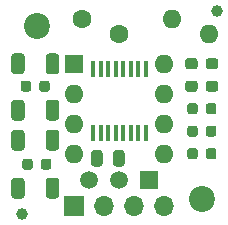
<source format=gts>
G04 #@! TF.GenerationSoftware,KiCad,Pcbnew,(5.1.9-0-10_14)*
G04 #@! TF.CreationDate,2021-04-22T16:17:37+10:00*
G04 #@! TF.ProjectId,VR-Conditioner-MAX9926+reg,56522d43-6f6e-4646-9974-696f6e65722d,3.6*
G04 #@! TF.SameCoordinates,PX68c4118PY713e7a8*
G04 #@! TF.FileFunction,Soldermask,Top*
G04 #@! TF.FilePolarity,Negative*
%FSLAX46Y46*%
G04 Gerber Fmt 4.6, Leading zero omitted, Abs format (unit mm)*
G04 Created by KiCad (PCBNEW (5.1.9-0-10_14)) date 2021-04-22 16:17:37*
%MOMM*%
%LPD*%
G01*
G04 APERTURE LIST*
%ADD10O,1.700000X1.700000*%
%ADD11R,1.700000X1.700000*%
%ADD12R,1.500000X1.500000*%
%ADD13C,1.500000*%
%ADD14C,2.200000*%
%ADD15O,1.600000X1.600000*%
%ADD16C,1.600000*%
%ADD17R,0.354800X1.454899*%
%ADD18R,1.600000X1.600000*%
%ADD19C,1.000000*%
G04 APERTURE END LIST*
G04 #@! TO.C,C20*
G36*
G01*
X2825000Y6352250D02*
X2825000Y5839750D01*
G75*
G02*
X2606250Y5621000I-218750J0D01*
G01*
X2168750Y5621000D01*
G75*
G02*
X1950000Y5839750I0J218750D01*
G01*
X1950000Y6352250D01*
G75*
G02*
X2168750Y6571000I218750J0D01*
G01*
X2606250Y6571000D01*
G75*
G02*
X2825000Y6352250I0J-218750D01*
G01*
G37*
G36*
G01*
X4400000Y6352250D02*
X4400000Y5839750D01*
G75*
G02*
X4181250Y5621000I-218750J0D01*
G01*
X3743750Y5621000D01*
G75*
G02*
X3525000Y5839750I0J218750D01*
G01*
X3525000Y6352250D01*
G75*
G02*
X3743750Y6571000I218750J0D01*
G01*
X4181250Y6571000D01*
G75*
G02*
X4400000Y6352250I0J-218750D01*
G01*
G37*
G04 #@! TD*
G04 #@! TO.C,C10*
G36*
G01*
X2698000Y12956250D02*
X2698000Y12443750D01*
G75*
G02*
X2479250Y12225000I-218750J0D01*
G01*
X2041750Y12225000D01*
G75*
G02*
X1823000Y12443750I0J218750D01*
G01*
X1823000Y12956250D01*
G75*
G02*
X2041750Y13175000I218750J0D01*
G01*
X2479250Y13175000D01*
G75*
G02*
X2698000Y12956250I0J-218750D01*
G01*
G37*
G36*
G01*
X4273000Y12956250D02*
X4273000Y12443750D01*
G75*
G02*
X4054250Y12225000I-218750J0D01*
G01*
X3616750Y12225000D01*
G75*
G02*
X3398000Y12443750I0J218750D01*
G01*
X3398000Y12956250D01*
G75*
G02*
X3616750Y13175000I218750J0D01*
G01*
X4054250Y13175000D01*
G75*
G02*
X4273000Y12956250I0J-218750D01*
G01*
G37*
G04 #@! TD*
G04 #@! TO.C,C4*
G36*
G01*
X9642500Y6138750D02*
X9642500Y7051250D01*
G75*
G02*
X9886250Y7295000I243750J0D01*
G01*
X10373750Y7295000D01*
G75*
G02*
X10617500Y7051250I0J-243750D01*
G01*
X10617500Y6138750D01*
G75*
G02*
X10373750Y5895000I-243750J0D01*
G01*
X9886250Y5895000D01*
G75*
G02*
X9642500Y6138750I0J243750D01*
G01*
G37*
G36*
G01*
X7767500Y6138750D02*
X7767500Y7051250D01*
G75*
G02*
X8011250Y7295000I243750J0D01*
G01*
X8498750Y7295000D01*
G75*
G02*
X8742500Y7051250I0J-243750D01*
G01*
X8742500Y6138750D01*
G75*
G02*
X8498750Y5895000I-243750J0D01*
G01*
X8011250Y5895000D01*
G75*
G02*
X7767500Y6138750I0J243750D01*
G01*
G37*
G04 #@! TD*
G04 #@! TO.C,C3*
G36*
G01*
X16795000Y11051250D02*
X16795000Y10538750D01*
G75*
G02*
X16576250Y10320000I-218750J0D01*
G01*
X16138750Y10320000D01*
G75*
G02*
X15920000Y10538750I0J218750D01*
G01*
X15920000Y11051250D01*
G75*
G02*
X16138750Y11270000I218750J0D01*
G01*
X16576250Y11270000D01*
G75*
G02*
X16795000Y11051250I0J-218750D01*
G01*
G37*
G36*
G01*
X18370000Y11051250D02*
X18370000Y10538750D01*
G75*
G02*
X18151250Y10320000I-218750J0D01*
G01*
X17713750Y10320000D01*
G75*
G02*
X17495000Y10538750I0J218750D01*
G01*
X17495000Y11051250D01*
G75*
G02*
X17713750Y11270000I218750J0D01*
G01*
X18151250Y11270000D01*
G75*
G02*
X18370000Y11051250I0J-218750D01*
G01*
G37*
G04 #@! TD*
G04 #@! TO.C,C2*
G36*
G01*
X16795000Y9146250D02*
X16795000Y8633750D01*
G75*
G02*
X16576250Y8415000I-218750J0D01*
G01*
X16138750Y8415000D01*
G75*
G02*
X15920000Y8633750I0J218750D01*
G01*
X15920000Y9146250D01*
G75*
G02*
X16138750Y9365000I218750J0D01*
G01*
X16576250Y9365000D01*
G75*
G02*
X16795000Y9146250I0J-218750D01*
G01*
G37*
G36*
G01*
X18370000Y9146250D02*
X18370000Y8633750D01*
G75*
G02*
X18151250Y8415000I-218750J0D01*
G01*
X17713750Y8415000D01*
G75*
G02*
X17495000Y8633750I0J218750D01*
G01*
X17495000Y9146250D01*
G75*
G02*
X17713750Y9365000I218750J0D01*
G01*
X18151250Y9365000D01*
G75*
G02*
X18370000Y9146250I0J-218750D01*
G01*
G37*
G04 #@! TD*
G04 #@! TO.C,C1*
G36*
G01*
X16795000Y7241250D02*
X16795000Y6728750D01*
G75*
G02*
X16576250Y6510000I-218750J0D01*
G01*
X16138750Y6510000D01*
G75*
G02*
X15920000Y6728750I0J218750D01*
G01*
X15920000Y7241250D01*
G75*
G02*
X16138750Y7460000I218750J0D01*
G01*
X16576250Y7460000D01*
G75*
G02*
X16795000Y7241250I0J-218750D01*
G01*
G37*
G36*
G01*
X18370000Y7241250D02*
X18370000Y6728750D01*
G75*
G02*
X18151250Y6510000I-218750J0D01*
G01*
X17713750Y6510000D01*
G75*
G02*
X17495000Y6728750I0J218750D01*
G01*
X17495000Y7241250D01*
G75*
G02*
X17713750Y7460000I218750J0D01*
G01*
X18151250Y7460000D01*
G75*
G02*
X18370000Y7241250I0J-218750D01*
G01*
G37*
G04 #@! TD*
D10*
G04 #@! TO.C,J2*
X13970000Y2540000D03*
X11430000Y2540000D03*
X8890000Y2540000D03*
D11*
X6350000Y2540000D03*
G04 #@! TD*
D12*
G04 #@! TO.C,U2*
X12700000Y4745000D03*
D13*
X7620000Y4745000D03*
X10160000Y4745000D03*
G04 #@! TD*
D14*
G04 #@! TO.C,H2*
X3175000Y17780000D03*
G04 #@! TD*
G04 #@! TO.C,H1*
X17145000Y3175000D03*
G04 #@! TD*
D15*
G04 #@! TO.C,R23*
X17780000Y17145000D03*
D16*
X10160000Y17145000D03*
G04 #@! TD*
D15*
G04 #@! TO.C,R13*
X14605000Y18415000D03*
D16*
X6985000Y18415000D03*
G04 #@! TD*
D17*
G04 #@! TO.C,U1*
X12382500Y8708652D03*
X11747500Y8708652D03*
X11112500Y8708652D03*
X10477500Y8708652D03*
X9842500Y8708652D03*
X9207500Y8708652D03*
X8572500Y8708652D03*
X7937500Y8708652D03*
X7937500Y14151348D03*
X8572500Y14151348D03*
X9207500Y14151348D03*
X9842500Y14151348D03*
X10477500Y14151348D03*
X11112500Y14151348D03*
X11747500Y14151348D03*
X12382500Y14151348D03*
G04 #@! TD*
G04 #@! TO.C,R20*
G36*
G01*
X16795000Y12937500D02*
X16795000Y12462500D01*
G75*
G02*
X16557500Y12225000I-237500J0D01*
G01*
X15982500Y12225000D01*
G75*
G02*
X15745000Y12462500I0J237500D01*
G01*
X15745000Y12937500D01*
G75*
G02*
X15982500Y13175000I237500J0D01*
G01*
X16557500Y13175000D01*
G75*
G02*
X16795000Y12937500I0J-237500D01*
G01*
G37*
G36*
G01*
X18545000Y12937500D02*
X18545000Y12462500D01*
G75*
G02*
X18307500Y12225000I-237500J0D01*
G01*
X17732500Y12225000D01*
G75*
G02*
X17495000Y12462500I0J237500D01*
G01*
X17495000Y12937500D01*
G75*
G02*
X17732500Y13175000I237500J0D01*
G01*
X18307500Y13175000D01*
G75*
G02*
X18545000Y12937500I0J-237500D01*
G01*
G37*
G04 #@! TD*
G04 #@! TO.C,R10*
G36*
G01*
X16795000Y14842500D02*
X16795000Y14367500D01*
G75*
G02*
X16557500Y14130000I-237500J0D01*
G01*
X15982500Y14130000D01*
G75*
G02*
X15745000Y14367500I0J237500D01*
G01*
X15745000Y14842500D01*
G75*
G02*
X15982500Y15080000I237500J0D01*
G01*
X16557500Y15080000D01*
G75*
G02*
X16795000Y14842500I0J-237500D01*
G01*
G37*
G36*
G01*
X18545000Y14842500D02*
X18545000Y14367500D01*
G75*
G02*
X18307500Y14130000I-237500J0D01*
G01*
X17732500Y14130000D01*
G75*
G02*
X17495000Y14367500I0J237500D01*
G01*
X17495000Y14842500D01*
G75*
G02*
X17732500Y15080000I237500J0D01*
G01*
X18307500Y15080000D01*
G75*
G02*
X18545000Y14842500I0J-237500D01*
G01*
G37*
G04 #@! TD*
D15*
G04 #@! TO.C,J1*
X13970000Y14605000D03*
X6350000Y6985000D03*
X13970000Y12065000D03*
X6350000Y9525000D03*
X13970000Y9525000D03*
X6350000Y12065000D03*
X13970000Y6985000D03*
D18*
X6350000Y14605000D03*
G04 #@! TD*
D19*
G04 #@! TO.C,FID2*
X18415000Y19050000D03*
G04 #@! TD*
G04 #@! TO.C,FID1*
X1905000Y1905000D03*
G04 #@! TD*
G04 #@! TO.C,R1*
G36*
G01*
X2148000Y11293001D02*
X2148000Y10042999D01*
G75*
G02*
X1898001Y9793000I-249999J0D01*
G01*
X1272999Y9793000D01*
G75*
G02*
X1023000Y10042999I0J249999D01*
G01*
X1023000Y11293001D01*
G75*
G02*
X1272999Y11543000I249999J0D01*
G01*
X1898001Y11543000D01*
G75*
G02*
X2148000Y11293001I0J-249999D01*
G01*
G37*
G36*
G01*
X5073000Y11293001D02*
X5073000Y10042999D01*
G75*
G02*
X4823001Y9793000I-249999J0D01*
G01*
X4197999Y9793000D01*
G75*
G02*
X3948000Y10042999I0J249999D01*
G01*
X3948000Y11293001D01*
G75*
G02*
X4197999Y11543000I249999J0D01*
G01*
X4823001Y11543000D01*
G75*
G02*
X5073000Y11293001I0J-249999D01*
G01*
G37*
G04 #@! TD*
G04 #@! TO.C,R2*
G36*
G01*
X5073000Y4689001D02*
X5073000Y3438999D01*
G75*
G02*
X4823001Y3189000I-249999J0D01*
G01*
X4197999Y3189000D01*
G75*
G02*
X3948000Y3438999I0J249999D01*
G01*
X3948000Y4689001D01*
G75*
G02*
X4197999Y4939000I249999J0D01*
G01*
X4823001Y4939000D01*
G75*
G02*
X5073000Y4689001I0J-249999D01*
G01*
G37*
G36*
G01*
X2148000Y4689001D02*
X2148000Y3438999D01*
G75*
G02*
X1898001Y3189000I-249999J0D01*
G01*
X1272999Y3189000D01*
G75*
G02*
X1023000Y3438999I0J249999D01*
G01*
X1023000Y4689001D01*
G75*
G02*
X1272999Y4939000I249999J0D01*
G01*
X1898001Y4939000D01*
G75*
G02*
X2148000Y4689001I0J-249999D01*
G01*
G37*
G04 #@! TD*
G04 #@! TO.C,R3*
G36*
G01*
X2148000Y8753001D02*
X2148000Y7502999D01*
G75*
G02*
X1898001Y7253000I-249999J0D01*
G01*
X1272999Y7253000D01*
G75*
G02*
X1023000Y7502999I0J249999D01*
G01*
X1023000Y8753001D01*
G75*
G02*
X1272999Y9003000I249999J0D01*
G01*
X1898001Y9003000D01*
G75*
G02*
X2148000Y8753001I0J-249999D01*
G01*
G37*
G36*
G01*
X5073000Y8753001D02*
X5073000Y7502999D01*
G75*
G02*
X4823001Y7253000I-249999J0D01*
G01*
X4197999Y7253000D01*
G75*
G02*
X3948000Y7502999I0J249999D01*
G01*
X3948000Y8753001D01*
G75*
G02*
X4197999Y9003000I249999J0D01*
G01*
X4823001Y9003000D01*
G75*
G02*
X5073000Y8753001I0J-249999D01*
G01*
G37*
G04 #@! TD*
G04 #@! TO.C,R12*
G36*
G01*
X5073000Y15230001D02*
X5073000Y13979999D01*
G75*
G02*
X4823001Y13730000I-249999J0D01*
G01*
X4197999Y13730000D01*
G75*
G02*
X3948000Y13979999I0J249999D01*
G01*
X3948000Y15230001D01*
G75*
G02*
X4197999Y15480000I249999J0D01*
G01*
X4823001Y15480000D01*
G75*
G02*
X5073000Y15230001I0J-249999D01*
G01*
G37*
G36*
G01*
X2148000Y15230001D02*
X2148000Y13979999D01*
G75*
G02*
X1898001Y13730000I-249999J0D01*
G01*
X1272999Y13730000D01*
G75*
G02*
X1023000Y13979999I0J249999D01*
G01*
X1023000Y15230001D01*
G75*
G02*
X1272999Y15480000I249999J0D01*
G01*
X1898001Y15480000D01*
G75*
G02*
X2148000Y15230001I0J-249999D01*
G01*
G37*
G04 #@! TD*
M02*

</source>
